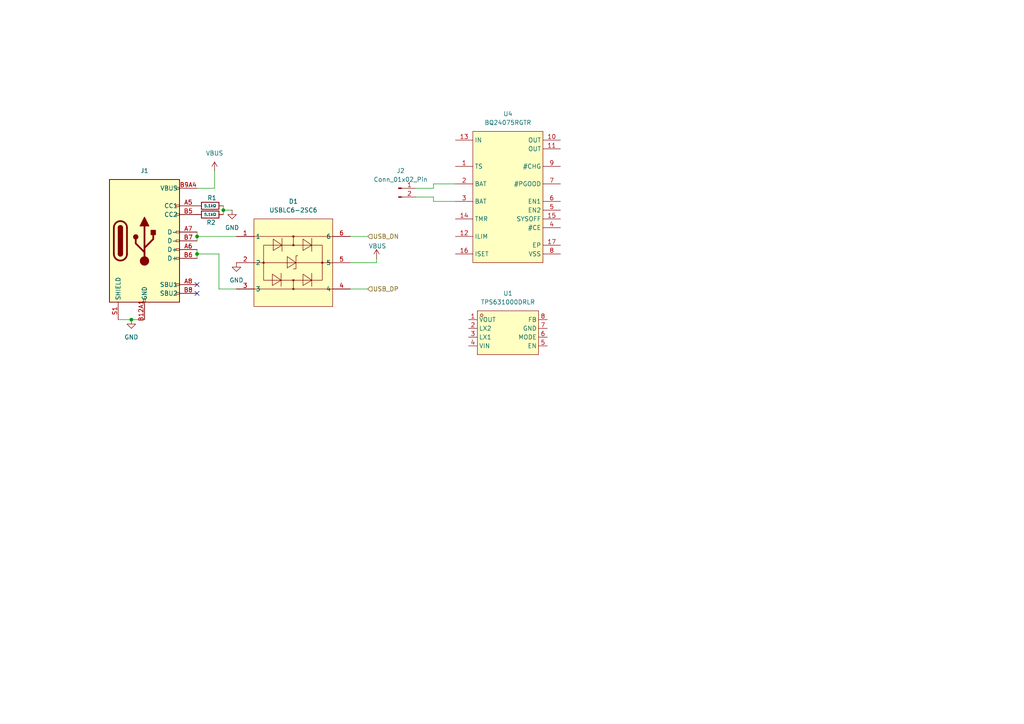
<source format=kicad_sch>
(kicad_sch (version 20250114) (generator "eeschema") (generator_version "9.0")
  (paper "A4")
  (lib_symbols
    (symbol "Connector:Conn_01x02_Pin" (pin_names (offset 1.016) (hide yes))
      (property "Reference" "J" (at 0 2.54 0))
      (property "Value" "Conn_01x02_Pin" (at 0 -5.08 0))
      (symbol "Conn_01x02_Pin_1_1"
        (rectangle (start 0.8636 0.127) (end 0 -0.127) (stroke (width 0.1524)) (fill (type outline)))
        (rectangle (start 0.8636 -2.413) (end 0 -2.667) (stroke (width 0.1524)) (fill (type outline)))
        (polyline (pts (xy 1.27 0) (xy 0.8636 0)) (stroke (width 0.1524)))
        (polyline (pts (xy 1.27 -2.54) (xy 0.8636 -2.54)) (stroke (width 0.1524)))
        (pin passive line (at 5.08 0 180) (length 3.81) (name "Pin_1") (number "1"))
        (pin passive line (at 5.08 -2.54 180) (length 3.81) (name "Pin_2") (number "2"))
      )
    )
    (symbol "JLCPCB:BQ24075RGTR"
      (property "Reference" "U" (at 0 21.59 0))
      (property "Value" "BQ24075RGTR" (at 0 -21.59 0))
      (symbol "BQ24075RGTR_0_1"
        (rectangle (start -10.16 19.05) (end 10.16 -19.05) (fill (type background)))
        (pin power_in line (at -15.24 16.51 0) (length 5.08) (name "IN") (number "13"))
        (pin unspecified line (at -15.24 8.89 0) (length 5.08) (name "TS") (number "1"))
        (pin power_in line (at -15.24 3.81 0) (length 5.08) (name "BAT") (number "2"))
        (pin power_in line (at -15.24 -1.27 0) (length 5.08) (name "BAT") (number "3"))
        (pin unspecified line (at -15.24 -6.35 0) (length 5.08) (name "TMR") (number "14"))
        (pin unspecified line (at -15.24 -11.43 0) (length 5.08) (name "ILIM") (number "12"))
        (pin bidirectional line (at -15.24 -16.51 0) (length 5.08) (name "ISET") (number "16"))
        (pin power_in line (at 15.24 16.51 180) (length 5.08) (name "OUT") (number "10"))
        (pin power_in line (at 15.24 13.97 180) (length 5.08) (name "OUT") (number "11"))
        (pin unspecified line (at 15.24 8.89 180) (length 5.08) (name "#CHG") (number "9"))
        (pin unspecified line (at 15.24 3.81 180) (length 5.08) (name "#PGOOD") (number "7"))
        (pin unspecified line (at 15.24 -1.27 180) (length 5.08) (name "EN1") (number "6"))
        (pin unspecified line (at 15.24 -3.81 180) (length 5.08) (name "EN2") (number "5"))
        (pin unspecified line (at 15.24 -6.35 180) (length 5.08) (name "SYSOFF") (number "15"))
        (pin unspecified line (at 15.24 -8.89 180) (length 5.08) (name "#CE") (number "4"))
        (pin power_in line (at 15.24 -13.97 180) (length 5.08) (name "EP") (number "17"))
        (pin power_in line (at 15.24 -16.51 180) (length 5.08) (name "VSS") (number "8"))
      )
    )
    (symbol "JLCPCB:TPS631000DRLR"
      (property "Reference" "U" (at 0 8.89 0))
      (property "Value" "TPS631000DRLR" (at 0 -8.89 0))
      (symbol "TPS631000DRLR_0_1"
        (rectangle (start -8.89 6.35) (end 8.89 -6.35) (fill (type background)))
        (circle (center -7.62 5.08) (radius 0.38))
        (pin unspecified line (at -11.43 3.81 0) (length 2.54) (name "VOUT") (number "1"))
        (pin unspecified line (at -11.43 1.27 0) (length 2.54) (name "LX2") (number "2"))
        (pin unspecified line (at -11.43 -1.27 0) (length 2.54) (name "LX1") (number "3"))
        (pin unspecified line (at -11.43 -3.81 0) (length 2.54) (name "VIN") (number "4"))
        (pin unspecified line (at 11.43 3.81 180) (length 2.54) (name "FB") (number "8"))
        (pin unspecified line (at 11.43 1.27 180) (length 2.54) (name "GND") (number "7"))
        (pin unspecified line (at 11.43 -1.27 180) (length 2.54) (name "MODE") (number "6"))
        (pin unspecified line (at 11.43 -3.81 180) (length 2.54) (name "EN") (number "5"))
      )
    )
    (symbol "JLCPCB:USBLC6-2SC6"
      (property "Reference" "D" (at 0 12.7 0))
      (property "Value" "USBLC6-2SC6" (at 0 -12.7 0))
      (symbol "USBLC6-2SC6_0_1"
        (rectangle (start -11.43 12.7) (end 11.43 -12.7) (fill (type background)))
        (polyline (pts (xy -11.43 7.62) (xy 11.43 7.62)))
        (polyline (pts (xy -11.43 0) (xy 11.43 0)))
        (polyline (pts (xy -11.43 -7.62) (xy 11.43 -7.62)))
        (circle (center -8.64 0) (radius 0.25))
        (polyline (pts (xy -8.64 0) (xy -8.64 5.08) (xy 8.38 5.08) (xy 8.38 -5.08) (xy -8.64 -5.08) (xy -8.64 0)) (fill (type background)))
        (polyline (pts (xy -6.1 -6.6) (xy -3.56 -5.08) (xy -6.1 -3.3) (xy -6.1 -6.6)) (fill (type background)))
        (polyline (pts (xy -5.84 3.56) (xy -3.3 5.08) (xy -5.84 6.86) (xy -5.84 3.56)) (fill (type background)))
        (polyline (pts (xy -3.56 -3.05) (xy -3.56 -3.05) (xy -3.56 -6.86) (xy -3.56 -6.86)))
        (polyline (pts (xy -3.3 7.11) (xy -3.3 7.11) (xy -3.3 3.3) (xy -3.3 3.3)))
        (polyline (pts (xy -1.78 -1.52) (xy 0.76 0) (xy -1.78 1.78) (xy -1.78 -1.52)) (fill (type background)))
        (circle (center 0 7.62) (radius 0.25))
        (polyline (pts (xy 0 7.62) (xy 0 5.08)))
        (circle (center 0 5.08) (radius 0.25))
        (circle (center 0 -5.08) (radius 0.25))
        (polyline (pts (xy 0 -7.62) (xy 0 -5.08)))
        (circle (center 0 -7.62) (radius 0.25))
        (polyline (pts (xy 1.27 2.03) (xy 0.76 2.03) (xy 0.76 -1.78) (xy 0 -1.78)))
        (polyline (pts (xy 2.79 3.56) (xy 5.33 5.08) (xy 2.79 6.86) (xy 2.79 3.56)) (fill (type background)))
        (polyline (pts (xy 2.79 -6.6) (xy 5.33 -5.08) (xy 2.79 -3.3) (xy 2.79 -6.6)) (fill (type background)))
        (polyline (pts (xy 5.33 7.11) (xy 5.33 7.11) (xy 5.33 3.3) (xy 5.33 3.3)))
        (polyline (pts (xy 5.33 -3.05) (xy 5.33 -3.05) (xy 5.33 -6.86) (xy 5.33 -6.86)))
        (circle (center 8.38 0) (radius 0.25))
        (pin input line (at -16.51 7.62 0) (length 5.08) (name "1") (number "1"))
        (pin input line (at -16.51 0 0) (length 5.08) (name "2") (number "2"))
        (pin input line (at -16.51 -7.62 0) (length 5.08) (name "3") (number "3"))
        (pin input line (at 16.51 7.62 180) (length 5.08) (name "6") (number "6"))
        (pin input line (at 16.51 0 180) (length 5.08) (name "5") (number "5"))
        (pin input line (at 16.51 -7.62 180) (length 5.08) (name "4") (number "4"))
      )
    )
    (symbol "PCM_JLCPCB-Extended:Connector, USB-TYPE-C-16P"
      (property "Reference" "J" (at 2.54 2.54 0))
      (symbol "Connector, USB-TYPE-C-16P_0_0"
        (rectangle (start -0.254 -17.78) (end 0.254 -16.764))
        (rectangle (start 10.16 15.494) (end 9.144 14.986))
        (rectangle (start 10.16 10.414) (end 9.144 9.906))
        (rectangle (start 10.16 7.874) (end 9.144 7.366))
        (rectangle (start 10.16 2.794) (end 9.144 2.286))
        (rectangle (start 10.16 0.254) (end 9.144 -0.254))
        (rectangle (start 10.16 -2.286) (end 9.144 -2.794))
        (rectangle (start 10.16 -4.826) (end 9.144 -5.334))
        (rectangle (start 10.16 -12.446) (end 9.144 -12.954))
        (rectangle (start 10.16 -14.986) (end 9.144 -15.494))
      )
      (symbol "Connector, USB-TYPE-C-16P_0_1"
        (rectangle (start -10.16 17.78) (end 10.16 -17.78) (stroke (width 0.254)) (fill (type background)))
        (polyline (pts (xy -8.89 -3.81) (xy -8.89 3.81)) (stroke (width 0.508)))
        (rectangle (start -7.62 -3.81) (end -6.35 3.81) (stroke (width 0.254)) (fill (type outline)))
        (arc (start -7.62 3.81) (mid -6.985 4.4423) (end -6.35 3.81) (stroke (width 0.254)))
        (arc (start -7.62 3.81) (mid -6.985 4.4423) (end -6.35 3.81) (stroke (width 0.254)) (fill (type outline)))
        (arc (start -8.89 3.81) (mid -6.985 5.7067) (end -5.08 3.81) (stroke (width 0.508)))
        (arc (start -5.08 -3.81) (mid -6.985 -5.7067) (end -8.89 -3.81) (stroke (width 0.508)))
        (arc (start -6.35 -3.81) (mid -6.985 -4.4423) (end -7.62 -3.81) (stroke (width 0.254)))
        (arc (start -6.35 -3.81) (mid -6.985 -4.4423) (end -7.62 -3.81) (stroke (width 0.254)) (fill (type outline)))
        (polyline (pts (xy -5.08 3.81) (xy -5.08 -3.81)) (stroke (width 0.508)))
        (circle (center -2.54 1.143) (radius 0.635) (stroke (width 0.254)) (fill (type outline)))
        (polyline (pts (xy -1.27 4.318) (xy 0 6.858) (xy 1.27 4.318) (xy -1.27 4.318)) (stroke (width 0.254)) (fill (type outline)))
        (polyline (pts (xy 0 -2.032) (xy 2.54 0.508) (xy 2.54 1.778)) (stroke (width 0.508)))
        (polyline (pts (xy 0 -3.302) (xy -2.54 -0.762) (xy -2.54 0.508)) (stroke (width 0.508)))
        (polyline (pts (xy 0 -5.842) (xy 0 4.318)) (stroke (width 0.508)))
        (circle (center 0 -5.842) (radius 1.27) (fill (type outline)))
        (rectangle (start 1.905 1.778) (end 3.175 3.048) (stroke (width 0.254)) (fill (type outline)))
      )
      (symbol "Connector, USB-TYPE-C-16P_1_1"
        (pin passive line (at -7.62 -22.86 90) (length 5.08) (name "SHIELD") (number "S1"))
        (pin passive line (at 0 -22.86 90) (length 5.08) (hide yes) (name "GND") (number "A12B1"))
        (pin passive line (at 0 -22.86 90) (length 5.08) (name "GND") (number "B12A1"))
        (pin passive line (at 15.24 15.24 180) (length 5.08) (hide yes) (name "VBUS") (number "A9B4"))
        (pin passive line (at 15.24 15.24 180) (length 5.08) (name "VBUS") (number "B9A4"))
        (pin bidirectional line (at 15.24 10.16 180) (length 5.08) (name "CC1") (number "A5"))
        (pin bidirectional line (at 15.24 7.62 180) (length 5.08) (name "CC2") (number "B5"))
        (pin bidirectional line (at 15.24 2.54 180) (length 5.08) (name "D-") (number "A7"))
        (pin bidirectional line (at 15.24 0 180) (length 5.08) (name "D-") (number "B7"))
        (pin bidirectional line (at 15.24 -2.54 180) (length 5.08) (name "D+") (number "A6"))
        (pin bidirectional line (at 15.24 -5.08 180) (length 5.08) (name "D+") (number "B6"))
        (pin bidirectional line (at 15.24 -12.7 180) (length 5.08) (name "SBU1") (number "A8"))
        (pin bidirectional line (at 15.24 -15.24 180) (length 5.08) (name "SBU2") (number "B8"))
      )
    )
    (symbol "PCM_JLCPCB-Resistors:0603,5.1kΩ" (pin_numbers (hide yes)) (pin_names (offset 0))
      (property "Reference" "R" (at 1.778 0 0))
      (property "Value" "5.1kΩ" (at 0 0 90))
      (symbol "0603,5.1kΩ_0_1"
        (rectangle (start -1.016 2.54) (end 1.016 -2.54) (stroke (width 0.254)))
      )
      (symbol "0603,5.1kΩ_1_1"
        (pin passive line (at 0 3.81 270) (length 1.27) (name "~") (number "1"))
        (pin passive line (at 0 -3.81 90) (length 1.27) (name "~") (number "2"))
      )
    )
    (symbol "power:GND" (power) (pin_numbers (hide yes)) (pin_names (offset 0) (hide yes))
      (property "Value" "GND" (at 0 -3.81 0))
      (symbol "GND_0_1"
        (polyline (pts (xy 0 0) (xy 0 -1.27) (xy 1.27 -1.27) (xy 0 -2.54) (xy -1.27 -1.27) (xy 0 -1.27)))
      )
      (symbol "GND_1_1"
        (pin power_in line (at 0 0 270) (length 0) (name "~") (number "1"))
      )
    )
    (symbol "power:VBUS" (power) (pin_numbers (hide yes)) (pin_names (offset 0) (hide yes))
      (property "Value" "VBUS" (at 0 3.556 0))
      (symbol "VBUS_0_1"
        (polyline (pts (xy -0.762 1.27) (xy 0 2.54)))
        (polyline (pts (xy 0 2.54) (xy 0.762 1.27)))
        (polyline (pts (xy 0 0) (xy 0 2.54)))
      )
      (symbol "VBUS_1_1"
        (pin power_in line (at 0 0 90) (length 0) (name "~") (number "1"))
      )
    )
  )
  (junction (at 57.15 73.66))
  (junction (at 38.1 92.71))
  (junction (at 57.15 68.58))
  (junction (at 64.77 60.96))
  (no_connect (at 57.15 85.09))
  (no_connect (at 57.15 82.55))
  (wire (pts (xy 132.08 58.42) (xy 125.73 58.42)))
  (wire (pts (xy 63.5 73.66) (xy 63.5 83.82)))
  (wire (pts (xy 57.15 68.58) (xy 57.15 69.85)))
  (wire (pts (xy 57.15 54.61) (xy 62.23 54.61)))
  (wire (pts (xy 63.5 83.82) (xy 68.58 83.82)))
  (wire (pts (xy 57.15 68.58) (xy 68.58 68.58)))
  (wire (pts (xy 57.15 67.31) (xy 57.15 68.58)))
  (wire (pts (xy 101.6 68.58) (xy 106.68 68.58)))
  (wire (pts (xy 101.6 83.82) (xy 106.68 83.82)))
  (wire (pts (xy 57.15 73.66) (xy 63.5 73.66)))
  (wire (pts (xy 57.15 72.39) (xy 57.15 73.66)))
  (wire (pts (xy 64.77 59.69) (xy 64.77 60.96)))
  (wire (pts (xy 62.23 54.61) (xy 62.23 49.53)))
  (wire (pts (xy 34.29 92.71) (xy 38.1 92.71)))
  (wire (pts (xy 64.77 60.96) (xy 64.77 62.23)))
  (wire (pts (xy 101.6 76.2) (xy 109.22 76.2)))
  (wire (pts (xy 109.22 74.93) (xy 109.22 76.2)))
  (wire (pts (xy 125.73 54.61) (xy 120.65 54.61)))
  (wire (pts (xy 125.73 58.42) (xy 125.73 57.15)))
  (wire (pts (xy 132.08 53.34) (xy 125.73 53.34)))
  (wire (pts (xy 120.65 57.15) (xy 125.73 57.15)))
  (wire (pts (xy 38.1 92.71) (xy 41.91 92.71)))
  (wire (pts (xy 57.15 73.66) (xy 57.15 74.93)))
  (wire (pts (xy 64.77 60.96) (xy 67.31 60.96)))
  (wire (pts (xy 125.73 53.34) (xy 125.73 54.61)))
  (hierarchical_label "USB_DP" (shape input) (at 106.68 83.82 0))
  (hierarchical_label "USB_DN" (shape input) (at 106.68 68.58 0))
  (symbol (lib_id "PCM_JLCPCB-Resistors:0603,5.1kΩ") (at 60.96 59.69 90) (unit 1)
    (property "Reference" "R1" (at 61.468 57.404 90))
    (property "Value" "5.1kΩ" (at 60.96 59.69 90) (effects (font (size 0.8 0.8))))
    (property "Footprint" "PCM_JLCPCB:R_0603" (effects (hide yes)))
    (property "Datasheet" "https://www.lcsc.com/datasheet/lcsc_datasheet_2206010116_UNI-ROYAL-Uniroyal-Elec-0603WAF5101T5E_C23186.pdf" (effects (hide yes)))
    (property "Description" "100mW Thick Film Resistors 75V ±100ppm/°C ±1% 5.1kΩ 0603 Chip Resistor - Surface Mount ROHS" (effects (hide yes)))
    (property "LCSC" "C23186" (effects (hide yes)))
    (property "Stock" "9223405" (effects (hide yes)))
    (property "Price" "0.004USD" (effects (hide yes)))
    (property "Process" "SMT" (effects (hide yes)))
    (property "Minimum Qty" "20" (effects (hide yes)))
    (property "Attrition Qty" "10" (effects (hide yes)))
    (property "Class" "Basic Component" (effects (hide yes)))
    (property "Category" "Resistors,Chip Resistor - Surface Mount" (effects (hide yes)))
    (property "Manufacturer" "UNI-ROYAL(Uniroyal Elec)" (effects (hide yes)))
    (property "Part" "0603WAF5101T5E" (effects (hide yes)))
    (property "Resistance" "5.1kΩ" (effects (hide yes)))
    (property "Power(Watts)" "100mW" (effects (hide yes)))
    (property "Type" "Thick Film Resistors" (effects (hide yes)))
    (property "Overload Voltage (Max)" "75V" (effects (hide yes)))
    (property "Operating Temperature Range" "-55°C~+155°C" (effects (hide yes)))
    (property "Tolerance" "±1%" (effects (hide yes)))
    (property "Temperature Coefficient" "±100ppm/°C" (effects (hide yes)))
  )
  (symbol (lib_id "JLCPCB:USBLC6-2SC6") (at 85.09 76.2 0) (unit 1)
    (property "Reference" "D1" (at 85.09 58.42 0))
    (property "Value" "USBLC6-2SC6" (at 85.09 60.96 0))
    (property "Footprint" "JLCPCB:SOT-23-6_L2.9-W1.6-P0.95-LS2.8-BL" (effects (hide yes)))
    (property "Datasheet" "https://lcsc.com/product-detail/Diodes-ESD_STMicroelectronics_USBLC6-2SC6_USBLC6-2SC6_C7519.html" (effects (hide yes)))
    (property "LCSC Part" "C7519" (effects (hide yes)))
  )
  (symbol (lib_id "Connector:Conn_01x02_Pin") (at 115.57 54.61 0) (unit 1)
    (property "Reference" "J2" (at 116.205 49.53 0))
    (property "Value" "Conn_01x02_Pin" (at 116.205 52.07 0))
    (property "Footprint" "Connector_Wire:SolderWire-0.5sqmm_1x02_P4.8mm_D0.9mm_OD2.3mm" (effects (hide yes)))
    (property "Description" "Generic connector, single row, 01x02, script generated" (effects (hide yes)))
  )
  (symbol (lib_id "power:GND") (at 68.58 76.2 0) (unit 1)
    (property "Reference" "#PWR05" (effects (hide yes)))
    (property "Value" "GND" (at 68.58 81.28 0))
    (property "Description" "Power symbol creates a global label with name \"GND\" , ground" (effects (hide yes)))
  )
  (symbol (lib_id "PCM_JLCPCB-Resistors:0603,5.1kΩ") (at 60.96 62.23 90) (unit 1)
    (property "Reference" "R2" (at 61.214 64.516 90))
    (property "Value" "5.1kΩ" (at 60.96 62.23 90) (effects (font (size 0.8 0.8))))
    (property "Footprint" "PCM_JLCPCB:R_0603" (effects (hide yes)))
    (property "Datasheet" "https://www.lcsc.com/datasheet/lcsc_datasheet_2206010116_UNI-ROYAL-Uniroyal-Elec-0603WAF5101T5E_C23186.pdf" (effects (hide yes)))
    (property "Description" "100mW Thick Film Resistors 75V ±100ppm/°C ±1% 5.1kΩ 0603 Chip Resistor - Surface Mount ROHS" (effects (hide yes)))
    (property "LCSC" "C23186" (effects (hide yes)))
    (property "Stock" "9223405" (effects (hide yes)))
    (property "Price" "0.004USD" (effects (hide yes)))
    (property "Process" "SMT" (effects (hide yes)))
    (property "Minimum Qty" "20" (effects (hide yes)))
    (property "Attrition Qty" "10" (effects (hide yes)))
    (property "Class" "Basic Component" (effects (hide yes)))
    (property "Category" "Resistors,Chip Resistor - Surface Mount" (effects (hide yes)))
    (property "Manufacturer" "UNI-ROYAL(Uniroyal Elec)" (effects (hide yes)))
    (property "Part" "0603WAF5101T5E" (effects (hide yes)))
    (property "Resistance" "5.1kΩ" (effects (hide yes)))
    (property "Power(Watts)" "100mW" (effects (hide yes)))
    (property "Type" "Thick Film Resistors" (effects (hide yes)))
    (property "Overload Voltage (Max)" "75V" (effects (hide yes)))
    (property "Operating Temperature Range" "-55°C~+155°C" (effects (hide yes)))
    (property "Tolerance" "±1%" (effects (hide yes)))
    (property "Temperature Coefficient" "±100ppm/°C" (effects (hide yes)))
  )
  (symbol (lib_id "JLCPCB:TPS631000DRLR") (at 147.32 96.52 0) (unit 1)
    (property "Reference" "U1" (at 147.32 85.09 0))
    (property "Value" "TPS631000DRLR" (at 147.32 87.63 0))
    (property "Footprint" "JLCPCB:SOT-583-8_L2.1-W1.2-P0.50-LS1.6-BL" (effects (hide yes)))
    (property "LCSC Part" "C5219190" (effects (hide yes)))
  )
  (symbol (lib_id "power:VBUS") (at 109.22 74.93 0) (unit 1)
    (property "Reference" "#PWR03" (effects (hide yes)))
    (property "Value" "VBUS" (at 109.474 71.374 0))
    (property "Description" "Power symbol creates a global label with name \"VBUS\"" (effects (hide yes)))
  )
  (symbol (lib_id "PCM_JLCPCB-Extended:Connector, USB-TYPE-C-16P") (at 41.91 69.85 0) (unit 1)
    (property "Reference" "J1" (at 41.91 49.53 0))
    (property "Value" "Connector, USB-TYPE-C-16P" (effects (hide yes)))
    (property "Footprint" "PCM_JLCPCB:TYPE-C-SMD_HX-TYPE-C-16PIN" (effects (hide yes)))
    (property "Datasheet" "https://atta.szlcsc.com/upload/public/pdf/source/20220920/0EF8F885FCCEA71F60E9E85152155021.pdf" (effects (hide yes)))
    (property "Description" "3A 1 Horizontal attachment 16P Female -25℃~+85℃ Type-C SMD USB Connectors ROHS" (effects (hide yes)))
    (property "LCSC" "C2927039" (effects (hide yes)))
  )
  (symbol (lib_id "power:VBUS") (at 62.23 49.53 0) (unit 1)
    (property "Reference" "#PWR01" (effects (hide yes)))
    (property "Value" "VBUS" (at 62.23 44.45 0))
    (property "Description" "Power symbol creates a global label with name \"VBUS\"" (effects (hide yes)))
  )
  (symbol (lib_id "JLCPCB:BQ24075RGTR") (at 147.32 57.15 0) (unit 1)
    (property "Reference" "U4" (at 147.32 33.02 0))
    (property "Value" "BQ24075RGTR" (at 147.32 35.56 0))
    (property "Footprint" "JLCPCB:QFN-16_L3.0-W3.0-P0.50-TL-EP1.7" (effects (hide yes)))
    (property "Datasheet" "https://lcsc.com/product-detail/PMIC-Battery-Management_TI_BQ24075RGTR_BQ24075RGTR_C15464.html" (effects (hide yes)))
    (property "LCSC Part" "C15464" (effects (hide yes)))
  )
  (symbol (lib_id "power:GND") (at 38.1 92.71 0) (unit 1)
    (property "Reference" "#PWR04" (effects (hide yes)))
    (property "Value" "GND" (at 38.1 97.79 0))
    (property "Description" "Power symbol creates a global label with name \"GND\" , ground" (effects (hide yes)))
  )
  (symbol (lib_id "power:GND") (at 67.31 60.96 0) (unit 1)
    (property "Reference" "#PWR06" (effects (hide yes)))
    (property "Value" "GND" (at 67.31 66.04 0))
    (property "Description" "Power symbol creates a global label with name \"GND\" , ground" (effects (hide yes)))
  )
)
</source>
